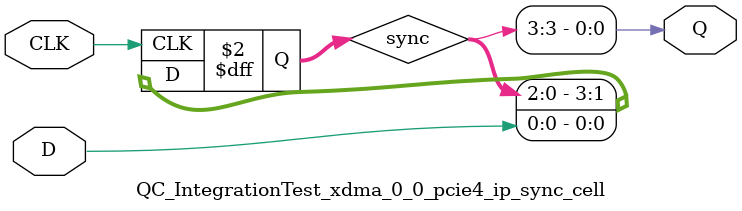
<source format=v>

`timescale 1ps / 1ps

(* DowngradeIPIdentifiedWarnings = "yes" *)
module QC_IntegrationTest_xdma_0_0_pcie4_ip_sync_cell #
(
    parameter integer STAGE = 3
)
(
    //-------------------------------------------------------------------------- 
    //  Input Ports
    //-------------------------------------------------------------------------- 
    input                               CLK,
    input                               D,
    
    //-------------------------------------------------------------------------- 
    //  Output Ports
    //-------------------------------------------------------------------------- 
    output                              Q
);
    //-------------------------------------------------------------------------- 
    //  Synchronized Signals
    //--------------------------------------------------------------------------  
    (* ASYNC_REG = "TRUE", SHIFT_EXTRACT = "NO" *) reg [STAGE:0] sync;                                                            



//--------------------------------------------------------------------------------------------------
//  Synchronizier
//--------------------------------------------------------------------------------------------------
always @ (posedge CLK)
begin

    sync <= {sync[(STAGE-1):0], D};
            
end   



//--------------------------------------------------------------------------------------------------
//  Generate Output
//--------------------------------------------------------------------------------------------------
assign Q = sync[STAGE];



endmodule

</source>
